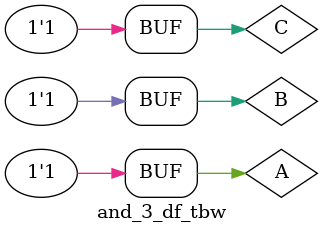
<source format=v>
`timescale 1ns / 1ps


module and_3_df_tbw;
wire Y;
reg A;
reg B;
reg C;
and_3_df X1(A, B, C, Y);
task display;
begin
$display("Running");
end
endtask
initial
begin
A = 1'b0; B = 1'b0; C = 1'b0; #100; display;
A = 1'b0; B = 1'b0; C = 1'b1; #100; display;
A = 1'b0; B = 1'b1; C = 1'b0; #100; display;
A = 1'b0; B = 1'b1; C = 1'b1; #100; display;
A = 1'b1; B = 1'b0; C = 1'b0; #100; display;
A = 1'b1; B = 1'b0; C = 1'b1; #100; display;
A = 1'b1; B = 1'b1; C = 1'b0; #100; display;
A = 1'b1; B = 1'b1; C = 1'b1; #100; display;
end
endmodule

</source>
